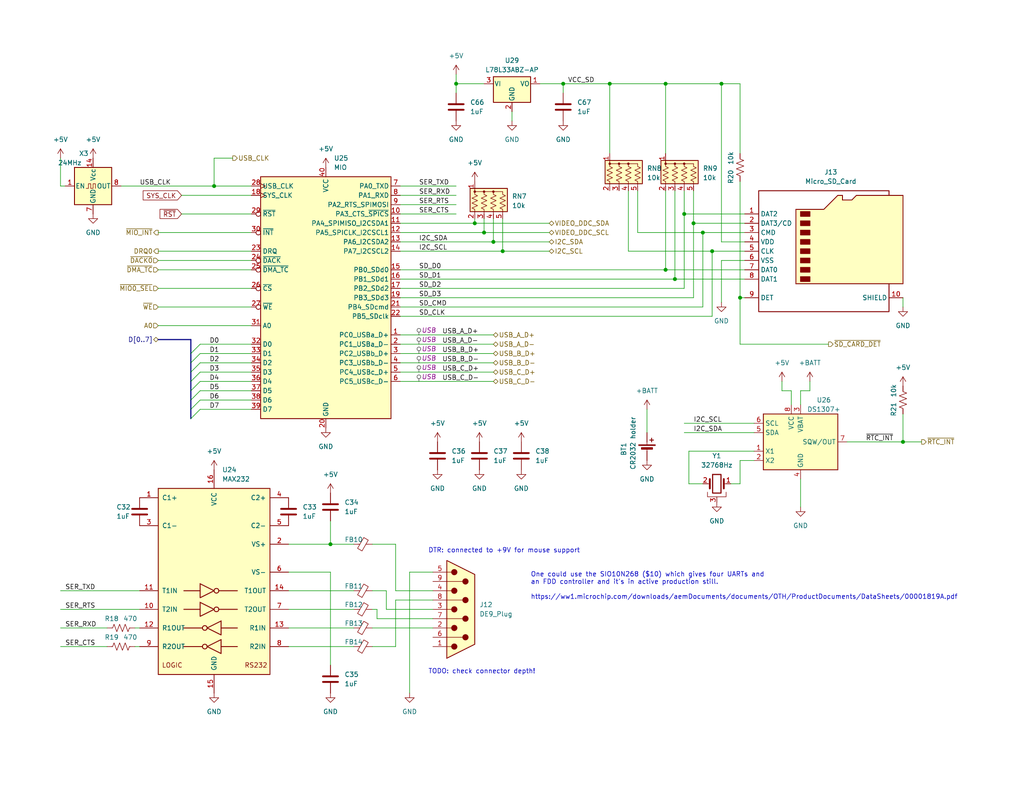
<source format=kicad_sch>
(kicad_sch (version 20231120) (generator "eeschema") (generator_version "8.0")
  (paper "A")
  (title_block (title "Anachron uATX Main I/O Interfaces") (date "2024-02-07") (company "Modular Circuits"))
  (lib_symbols
    (symbol "Connector:DE9_Plug" (pin_names (offset 1.016) hide)
      (property "Reference" "J" (at 0 13.97 0))
      (property "Value" "DE9_Plug" (at 0 -14.605 0))
      (symbol "DE9_Plug_0_1"
        (circle (center -1.778 -10.16) (radius 0.762) (fill (type outline)))
        (circle (center -1.778 -5.08) (radius 0.762) (fill (type outline)))
        (circle (center -1.778 0) (radius 0.762) (fill (type outline)))
        (circle (center -1.778 5.08) (radius 0.762) (fill (type outline)))
        (circle (center -1.778 10.16) (radius 0.762) (fill (type outline)))
        (polyline (pts (xy -3.81 -10.16) (xy -2.54 -10.16)))
        (polyline (pts (xy -3.81 -7.62) (xy 0.508 -7.62)))
        (polyline (pts (xy -3.81 -5.08) (xy -2.54 -5.08)))
        (polyline (pts (xy -3.81 -2.54) (xy 0.508 -2.54)))
        (polyline (pts (xy -3.81 0) (xy -2.54 0)))
        (polyline (pts (xy -3.81 2.54) (xy 0.508 2.54)))
        (polyline (pts (xy -3.81 5.08) (xy -2.54 5.08)))
        (polyline (pts (xy -3.81 7.62) (xy 0.508 7.62)))
        (polyline (pts (xy -3.81 10.16) (xy -2.54 10.16)))
        (polyline (pts (xy -3.81 -13.335) (xy -3.81 13.335) (xy 3.81 9.525) (xy 3.81 -9.525) (xy -3.81 -13.335)) (stroke (width 0.254)) (fill (type background)))
        (circle (center 1.27 -7.62) (radius 0.762) (fill (type outline)))
        (circle (center 1.27 -2.54) (radius 0.762) (fill (type outline)))
        (circle (center 1.27 2.54) (radius 0.762) (fill (type outline)))
        (circle (center 1.27 7.62) (radius 0.762) (fill (type outline)))
      )
      (symbol "DE9_Plug_1_1"
        (pin passive line (at -7.62 -10.16 0) (length 3.81) (name "1") (number "1"))
        (pin passive line (at -7.62 -5.08 0) (length 3.81) (name "2") (number "2"))
        (pin passive line (at -7.62 0 0) (length 3.81) (name "3") (number "3"))
        (pin passive line (at -7.62 5.08 0) (length 3.81) (name "4") (number "4"))
        (pin passive line (at -7.62 10.16 0) (length 3.81) (name "5") (number "5"))
        (pin passive line (at -7.62 -7.62 0) (length 3.81) (name "6") (number "6"))
        (pin passive line (at -7.62 -2.54 0) (length 3.81) (name "7") (number "7"))
        (pin passive line (at -7.62 2.54 0) (length 3.81) (name "8") (number "8"))
        (pin passive line (at -7.62 7.62 0) (length 3.81) (name "9") (number "9"))
      )
    )
    (symbol "Connector:Micro_SD_Card_Det1"
      (property "Reference" "J" (at -16.51 17.78 0))
      (property "Value" "Micro_SD_Card_Det1" (at 16.51 17.78 0))
      (symbol "Micro_SD_Card_Det1_0_1"
        (rectangle (start -7.62 -6.985) (end -5.08 -8.255) (stroke (width 0.254)) (fill (type outline)))
        (rectangle (start -7.62 -4.445) (end -5.08 -5.715) (stroke (width 0.254)) (fill (type outline)))
        (rectangle (start -7.62 -1.905) (end -5.08 -3.175) (stroke (width 0.254)) (fill (type outline)))
        (rectangle (start -7.62 0.635) (end -5.08 -0.635) (stroke (width 0.254)) (fill (type outline)))
        (rectangle (start -7.62 3.175) (end -5.08 1.905) (stroke (width 0.254)) (fill (type outline)))
        (rectangle (start -7.62 5.715) (end -5.08 4.445) (stroke (width 0.254)) (fill (type outline)))
        (rectangle (start -7.62 8.255) (end -5.08 6.985) (stroke (width 0.254)) (fill (type outline)))
        (rectangle (start -7.62 10.795) (end -5.08 9.525) (stroke (width 0.254)) (fill (type outline)))
        (polyline (pts (xy 16.51 15.24) (xy 16.51 16.51) (xy -19.05 16.51) (xy -19.05 -16.51) (xy 16.51 -16.51) (xy 16.51 -8.89)) (stroke (width 0.254)))
        (polyline (pts (xy -8.89 -8.89) (xy -8.89 11.43) (xy -1.27 11.43) (xy 2.54 15.24) (xy 3.81 15.24) (xy 3.81 13.97) (xy 6.35 13.97) (xy 7.62 15.24) (xy 20.32 15.24) (xy 20.32 -8.89) (xy -8.89 -8.89)) (stroke (width 0.254)) (fill (type background)))
      )
      (symbol "Micro_SD_Card_Det1_1_1"
        (pin bidirectional line (at -22.86 10.16 0) (length 3.81) (name "DAT2") (number "1"))
        (pin passive line (at 20.32 -12.7 180) (length 3.81) (name "SHIELD") (number "10"))
        (pin bidirectional line (at -22.86 7.62 0) (length 3.81) (name "DAT3/CD") (number "2"))
        (pin input line (at -22.86 5.08 0) (length 3.81) (name "CMD") (number "3"))
        (pin power_in line (at -22.86 2.54 0) (length 3.81) (name "VDD") (number "4"))
        (pin input line (at -22.86 0 0) (length 3.81) (name "CLK") (number "5"))
        (pin power_in line (at -22.86 -2.54 0) (length 3.81) (name "VSS") (number "6"))
        (pin bidirectional line (at -22.86 -5.08 0) (length 3.81) (name "DAT0") (number "7"))
        (pin bidirectional line (at -22.86 -7.62 0) (length 3.81) (name "DAT1") (number "8"))
        (pin passive line (at -22.86 -12.7 0) (length 3.81) (name "DET") (number "9"))
      )
    )
    (symbol "Device:Battery_Cell" (pin_numbers hide) (pin_names (offset 0) hide)
      (property "Reference" "BT" (at 2.54 2.54 0))
      (property "Value" "Battery_Cell" (at 2.54 0 0))
      (symbol "Battery_Cell_0_1"
        (rectangle (start -2.286 1.778) (end 2.286 1.524) (fill (type outline)))
        (rectangle (start -1.524 1.016) (end 1.524 0.508) (fill (type outline)))
        (polyline (pts (xy 0 0.762) (xy 0 0)))
        (polyline (pts (xy 0 1.778) (xy 0 2.54)))
        (polyline (pts (xy 0.762 3.048) (xy 1.778 3.048)) (stroke (width 0.254)))
        (polyline (pts (xy 1.27 3.556) (xy 1.27 2.54)) (stroke (width 0.254)))
      )
      (symbol "Battery_Cell_1_1"
        (pin passive line (at 0 5.08 270) (length 2.54) (name "+") (number "1"))
        (pin passive line (at 0 -2.54 90) (length 2.54) (name "-") (number "2"))
      )
    )
    (symbol "Device:C" (pin_numbers hide) (pin_names (offset 0.254))
      (property "Reference" "C" (at 0.635 2.54 0))
      (property "Value" "C" (at 0.635 -2.54 0))
      (symbol "C_0_1"
        (polyline (pts (xy -2.032 -0.762) (xy 2.032 -0.762)) (stroke (width 0.508)))
        (polyline (pts (xy -2.032 0.762) (xy 2.032 0.762)) (stroke (width 0.508)))
      )
      (symbol "C_1_1"
        (pin passive line (at 0 3.81 270) (length 2.794) (name "~") (number "1"))
        (pin passive line (at 0 -3.81 90) (length 2.794) (name "~") (number "2"))
      )
    )
    (symbol "Device:Crystal_GND3" (pin_names (offset 1.016) hide)
      (property "Reference" "Y" (at 0 5.715 0))
      (property "Value" "Crystal_GND3" (at 0 3.81 0))
      (symbol "Crystal_GND3_0_1"
        (rectangle (start -1.143 2.54) (end 1.143 -2.54) (stroke (width 0.3048)))
        (polyline (pts (xy -2.54 0) (xy -1.905 0)))
        (polyline (pts (xy -1.905 -1.27) (xy -1.905 1.27)) (stroke (width 0.508)))
        (polyline (pts (xy 0 -3.81) (xy 0 -3.556)))
        (polyline (pts (xy 1.905 0) (xy 2.54 0)))
        (polyline (pts (xy 1.905 1.27) (xy 1.905 -1.27)) (stroke (width 0.508)))
        (polyline (pts (xy -2.54 -2.286) (xy -2.54 -3.556) (xy 2.54 -3.556) (xy 2.54 -2.286)))
      )
      (symbol "Crystal_GND3_1_1"
        (pin passive line (at -3.81 0 0) (length 1.27) (name "1") (number "1"))
        (pin passive line (at 3.81 0 180) (length 1.27) (name "2") (number "2"))
        (pin passive line (at 0 -5.08 90) (length 1.27) (name "3") (number "3"))
      )
    )
    (symbol "Device:FerriteBead_Small" (pin_numbers hide) (pin_names (offset 0))
      (property "Reference" "FB" (at 1.905 1.27 0))
      (property "Value" "FerriteBead_Small" (at 1.905 -1.27 0))
      (symbol "FerriteBead_Small_0_1"
        (polyline (pts (xy 0 -1.27) (xy 0 -0.7874)))
        (polyline (pts (xy 0 0.889) (xy 0 1.2954)))
        (polyline (pts (xy -1.8288 0.2794) (xy -1.1176 1.4986) (xy 1.8288 -0.2032) (xy 1.1176 -1.4224) (xy -1.8288 0.2794)))
      )
      (symbol "FerriteBead_Small_1_1"
        (pin passive line (at 0 2.54 270) (length 1.27) (name "~") (number "1"))
        (pin passive line (at 0 -2.54 90) (length 1.27) (name "~") (number "2"))
      )
    )
    (symbol "Device:R_Network04_US" (pin_names (offset 0) hide)
      (property "Reference" "RN" (at -7.62 0 90))
      (property "Value" "R_Network04_US" (at 5.08 0 90))
      (symbol "R_Network04_US_0_1"
        (rectangle (start -6.35 -3.175) (end 3.81 3.175) (stroke (width 0.254)) (fill (type background)))
        (circle (center -5.08 2.286) (radius 0.254) (fill (type outline)))
        (circle (center -2.54 2.286) (radius 0.254) (fill (type outline)))
        (polyline (pts (xy -5.08 2.286) (xy 2.54 2.286)))
        (polyline (pts (xy -5.08 2.286) (xy -5.08 1.524) (xy -4.318 1.1684) (xy -5.842 0.508) (xy -4.318 -0.1524) (xy -5.842 -0.8382) (xy -4.318 -1.524) (xy -5.842 -2.1844) (xy -5.08 -2.54) (xy -5.08 -3.81)))
        (polyline (pts (xy -2.54 2.286) (xy -2.54 1.524) (xy -1.778 1.1684) (xy -3.302 0.508) (xy -1.778 -0.1524) (xy -3.302 -0.8382) (xy -1.778 -1.524) (xy -3.302 -2.1844) (xy -2.54 -2.54) (xy -2.54 -3.81)))
        (polyline (pts (xy 0 2.286) (xy 0 1.524) (xy 0.762 1.1684) (xy -0.762 0.508) (xy 0.762 -0.1524) (xy -0.762 -0.8382) (xy 0.762 -1.524) (xy -0.762 -2.1844) (xy 0 -2.54) (xy 0 -3.81)))
        (polyline (pts (xy 2.54 2.286) (xy 2.54 1.524) (xy 3.302 1.1684) (xy 1.778 0.508) (xy 3.302 -0.1524) (xy 1.778 -0.8382) (xy 3.302 -1.524) (xy 1.778 -2.1844) (xy 2.54 -2.54) (xy 2.54 -3.81)))
        (circle (center 0 2.286) (radius 0.254) (fill (type outline)))
      )
      (symbol "R_Network04_US_1_1"
        (pin passive line (at -5.08 5.08 270) (length 2.54) (name "common") (number "1"))
        (pin passive line (at -5.08 -5.08 90) (length 1.27) (name "R1") (number "2"))
        (pin passive line (at -2.54 -5.08 90) (length 1.27) (name "R2") (number "3"))
        (pin passive line (at 0 -5.08 90) (length 1.27) (name "R3") (number "4"))
        (pin passive line (at 2.54 -5.08 90) (length 1.27) (name "R4") (number "5"))
      )
    )
    (symbol "Device:R_US" (pin_numbers hide) (pin_names (offset 0))
      (property "Reference" "R" (at 2.54 0 90))
      (property "Value" "R_US" (at -2.54 0 90))
      (symbol "R_US_0_1"
        (polyline (pts (xy 0 -2.286) (xy 0 -2.54)))
        (polyline (pts (xy 0 2.286) (xy 0 2.54)))
        (polyline (pts (xy 0 -0.762) (xy 1.016 -1.143) (xy 0 -1.524) (xy -1.016 -1.905) (xy 0 -2.286)))
        (polyline (pts (xy 0 0.762) (xy 1.016 0.381) (xy 0 0) (xy -1.016 -0.381) (xy 0 -0.762)))
        (polyline (pts (xy 0 2.286) (xy 1.016 1.905) (xy 0 1.524) (xy -1.016 1.143) (xy 0 0.762)))
      )
      (symbol "R_US_1_1"
        (pin passive line (at 0 3.81 270) (length 1.27) (name "~") (number "1"))
        (pin passive line (at 0 -3.81 90) (length 1.27) (name "~") (number "2"))
      )
    )
    (symbol "Interface_UART:MAX232" (pin_names (offset 1.016))
      (property "Reference" "U" (at -2.54 28.575 0))
      (property "Value" "MAX232" (at -2.54 26.67 0))
      (symbol "MAX232_0_0"
        (text "LOGIC" (at -11.43 -22.86 0) (effects (font (size 1.27 1.27))))
        (text "RS232" (at 11.43 -22.86 0) (effects (font (size 1.27 1.27))))
      )
      (symbol "MAX232_0_1"
        (rectangle (start -15.24 -25.4) (end 15.24 25.4) (stroke (width 0.254)) (fill (type background)))
        (circle (center -2.54 -17.78) (radius 0.635) (stroke (width 0.254)))
        (circle (center -2.54 -12.7) (radius 0.635) (stroke (width 0.254)))
        (polyline (pts (xy -3.81 -7.62) (xy -8.255 -7.62)) (stroke (width 0.254)))
        (polyline (pts (xy -3.81 -2.54) (xy -8.255 -2.54)) (stroke (width 0.254)))
        (polyline (pts (xy -3.175 -17.78) (xy -8.255 -17.78)) (stroke (width 0.254)))
        (polyline (pts (xy -3.175 -12.7) (xy -8.255 -12.7)) (stroke (width 0.254)))
        (polyline (pts (xy 1.27 -7.62) (xy 6.35 -7.62)) (stroke (width 0.254)))
        (polyline (pts (xy 1.27 -2.54) (xy 6.35 -2.54)) (stroke (width 0.254)))
        (polyline (pts (xy 1.905 -17.78) (xy 6.35 -17.78)) (stroke (width 0.254)))
        (polyline (pts (xy 1.905 -12.7) (xy 6.35 -12.7)) (stroke (width 0.254)))
        (polyline (pts (xy -3.81 -5.715) (xy -3.81 -9.525) (xy 0 -7.62) (xy -3.81 -5.715)) (stroke (width 0.254)))
        (polyline (pts (xy -3.81 -0.635) (xy -3.81 -4.445) (xy 0 -2.54) (xy -3.81 -0.635)) (stroke (width 0.254)))
        (polyline (pts (xy 1.905 -15.875) (xy 1.905 -19.685) (xy -1.905 -17.78) (xy 1.905 -15.875)) (stroke (width 0.254)))
        (polyline (pts (xy 1.905 -10.795) (xy 1.905 -14.605) (xy -1.905 -12.7) (xy 1.905 -10.795)) (stroke (width 0.254)))
        (circle (center 0.635 -7.62) (radius 0.635) (stroke (width 0.254)))
        (circle (center 0.635 -2.54) (radius 0.635) (stroke (width 0.254)))
      )
      (symbol "MAX232_1_1"
        (pin passive line (at -20.32 22.86 0) (length 5.08) (name "C1+") (number "1"))
        (pin input line (at -20.32 -7.62 0) (length 5.08) (name "T2IN") (number "10"))
        (pin input line (at -20.32 -2.54 0) (length 5.08) (name "T1IN") (number "11"))
        (pin output line (at -20.32 -12.7 0) (length 5.08) (name "R1OUT") (number "12"))
        (pin input line (at 20.32 -12.7 180) (length 5.08) (name "R1IN") (number "13"))
        (pin output line (at 20.32 -2.54 180) (length 5.08) (name "T1OUT") (number "14"))
        (pin power_in line (at 0 -30.48 90) (length 5.08) (name "GND") (number "15"))
        (pin power_in line (at 0 30.48 270) (length 5.08) (name "VCC") (number "16"))
        (pin power_out line (at 20.32 10.16 180) (length 5.08) (name "VS+") (number "2"))
        (pin passive line (at -20.32 15.24 0) (length 5.08) (name "C1-") (number "3"))
        (pin passive line (at 20.32 22.86 180) (length 5.08) (name "C2+") (number "4"))
        (pin passive line (at 20.32 15.24 180) (length 5.08) (name "C2-") (number "5"))
        (pin power_out line (at 20.32 2.54 180) (length 5.08) (name "VS-") (number "6"))
        (pin output line (at 20.32 -7.62 180) (length 5.08) (name "T2OUT") (number "7"))
        (pin input line (at 20.32 -17.78 180) (length 5.08) (name "R2IN") (number "8"))
        (pin output line (at -20.32 -17.78 0) (length 5.08) (name "R2OUT") (number "9"))
      )
    )
    (symbol "Oscillator:CXO_DIP14" (pin_names (offset 0.254))
      (property "Reference" "X" (at -5.08 6.35 0))
      (property "Value" "CXO_DIP14" (at 1.27 -6.35 0))
      (symbol "CXO_DIP14_0_1"
        (rectangle (start -5.08 5.08) (end 5.08 -5.08) (stroke (width 0.254)) (fill (type background)))
        (polyline (pts (xy -1.905 -0.635) (xy -1.27 -0.635) (xy -1.27 0.635) (xy -0.635 0.635) (xy -0.635 -0.635) (xy 0 -0.635) (xy 0 0.635) (xy 0.635 0.635) (xy 0.635 -0.635)))
      )
      (symbol "CXO_DIP14_1_1"
        (pin input line (at -7.62 0 0) (length 2.54) (name "EN") (number "1"))
        (pin power_in line (at 0 7.62 270) (length 2.54) (name "Vcc") (number "14"))
        (pin power_in line (at 0 -7.62 90) (length 2.54) (name "GND") (number "7"))
        (pin output line (at 7.62 0 180) (length 2.54) (name "OUT") (number "8"))
      )
    )
    (symbol "Regulator_Linear:L78L05_TO92" (pin_names (offset 0.254))
      (property "Reference" "U" (at -3.81 3.175 0))
      (property "Value" "L78L05_TO92" (at 0 3.175 0))
      (symbol "L78L05_TO92_0_1"
        (rectangle (start -5.08 -5.08) (end 5.08 1.905) (stroke (width 0.254)) (fill (type background)))
      )
      (symbol "L78L05_TO92_1_1"
        (pin power_out line (at 7.62 0 180) (length 2.54) (name "VO") (number "1"))
        (pin power_in line (at 0 -7.62 90) (length 2.54) (name "GND") (number "2"))
        (pin power_in line (at -7.62 0 0) (length 2.54) (name "VI") (number "3"))
      )
    )
    (symbol "Timer_RTC:DS1307+"
      (property "Reference" "U" (at -8.89 8.89 0))
      (property "Value" "DS1307+" (at 1.27 8.89 0))
      (symbol "DS1307+_0_1"
        (rectangle (start -10.16 7.62) (end 10.16 -7.62) (stroke (width 0.254)) (fill (type background)))
      )
      (symbol "DS1307+_1_1"
        (pin input line (at -12.7 -2.54 0) (length 2.54) (name "X1") (number "1"))
        (pin input line (at -12.7 -5.08 0) (length 2.54) (name "X2") (number "2"))
        (pin power_in line (at 0 10.16 270) (length 2.54) (name "VBAT") (number "3"))
        (pin power_in line (at 0 -10.16 90) (length 2.54) (name "GND") (number "4"))
        (pin bidirectional line (at -12.7 2.54 0) (length 2.54) (name "SDA") (number "5"))
        (pin input line (at -12.7 5.08 0) (length 2.54) (name "SCL") (number "6"))
        (pin open_collector line (at 12.7 0 180) (length 2.54) (name "SQW/OUT") (number "7"))
        (pin power_in line (at -2.54 10.16 270) (length 2.54) (name "VCC") (number "8"))
      )
    )
    (symbol "anachron:mio"
      (property "Reference" "U" (at 20.32 27.94 0))
      (property "Value" "MIO" (at -17.78 35.56 0))
      (symbol "mio_0_0"
        (pin bidirectional line (at 20.32 -7.62 180) (length 2.54) (name "PC0_USBa_D+") (number "1"))
        (pin bidirectional line (at 20.32 10.16 180) (length 2.54) (name "PB0_SDd0") (number "15"))
        (pin bidirectional line (at 20.32 7.62 180) (length 2.54) (name "PB1_SDd1") (number "16"))
        (pin bidirectional line (at 20.32 5.08 180) (length 2.54) (name "PB2_SDd2") (number "17"))
        (pin bidirectional line (at 20.32 -10.16 180) (length 2.54) (name "PC1_USBa_D-") (number "2"))
        (pin power_in line (at 0 -33.02 90) (length 2.54) (name "GND") (number "20"))
        (pin input inverted (at -20.32 25.4 0) (length 2.54) (name "~{RST}") (number "29"))
        (pin bidirectional line (at 20.32 -12.7 180) (length 2.54) (name "PC2_USBb_D+") (number "3"))
        (pin input line (at -20.32 -5.08 0) (length 2.54) (name "A0") (number "31"))
        (pin bidirectional line (at -20.32 -10.16 0) (length 2.54) (name "D0") (number "32"))
        (pin bidirectional line (at -20.32 -12.7 0) (length 2.54) (name "D1") (number "33"))
        (pin bidirectional line (at -20.32 -15.24 0) (length 2.54) (name "D2") (number "34"))
        (pin bidirectional line (at -20.32 -17.78 0) (length 2.54) (name "D3") (number "35"))
        (pin bidirectional line (at -20.32 -20.32 0) (length 2.54) (name "D4") (number "36"))
        (pin bidirectional line (at -20.32 -22.86 0) (length 2.54) (name "D5") (number "37"))
        (pin bidirectional line (at -20.32 -25.4 0) (length 2.54) (name "D6") (number "38"))
        (pin bidirectional line (at -20.32 -27.94 0) (length 2.54) (name "D7") (number "39"))
        (pin bidirectional line (at 20.32 -15.24 180) (length 2.54) (name "PC3_USBb_D-") (number "4"))
        (pin power_in line (at 0 38.1 270) (length 2.54) (name "VCC") (number "40"))
        (pin bidirectional line (at 20.32 -17.78 180) (length 2.54) (name "PC4_USBc_D+") (number "5"))
        (pin bidirectional line (at 20.32 -20.32 180) (length 2.54) (name "PC5_USBc_D-") (number "6"))
      )
      (symbol "mio_0_1"
        (rectangle (start -17.78 35.56) (end 17.78 -30.48) (stroke (width 0.254)) (fill (type background)))
      )
      (symbol "mio_1_0"
        (pin bidirectional line (at 20.32 25.4 180) (length 2.54) (name "PA3_CTS_~{SPICS}") (number "10"))
        (pin bidirectional line (at 20.32 22.86 180) (length 2.54) (name "PA4_SPIMISO_I2CSDA1") (number "11"))
        (pin bidirectional line (at 20.32 20.32 180) (length 2.54) (name "PA5_SPICLK_I2CSCL1") (number "12"))
        (pin bidirectional line (at 20.32 17.78 180) (length 2.54) (name "PA6_I2CSDA2") (number "13"))
        (pin bidirectional line (at 20.32 15.24 180) (length 2.54) (name "PA7_I2CSCL2") (number "14"))
        (pin input clock (at -20.32 30.48 0) (length 2.54) (name "SYS_CLK") (number "18"))
        (pin bidirectional line (at 20.32 2.54 180) (length 2.54) (name "PB3_SDd3") (number "19"))
        (pin bidirectional line (at 20.32 0 180) (length 2.54) (name "PB4_SDcmd") (number "21"))
        (pin bidirectional line (at 20.32 -2.54 180) (length 2.54) (name "PB5_SDclk") (number "22"))
        (pin output line (at -20.32 15.24 0) (length 2.54) (name "DRQ") (number "23"))
        (pin input inverted (at -20.32 12.7 0) (length 2.54) (name "~{DACK}") (number "24"))
        (pin input inverted (at -20.32 10.16 0) (length 2.54) (name "~{DMA_TC}") (number "25"))
        (pin input inverted (at -20.32 5.08 0) (length 2.54) (name "~{CS}") (number "26"))
        (pin input inverted (at -20.32 0 0) (length 2.54) (name "~{WE}") (number "27"))
        (pin input clock (at -20.32 33.02 0) (length 2.54) (name "USB_CLK") (number "28"))
        (pin open_collector inverted (at -20.32 20.32 0) (length 2.54) (name "~{INT}") (number "30"))
        (pin bidirectional line (at 20.32 33.02 180) (length 2.54) (name "PA0_TXD") (number "7"))
        (pin bidirectional line (at 20.32 30.48 180) (length 2.54) (name "PA1_RXD") (number "8"))
        (pin bidirectional line (at 20.32 27.94 180) (length 2.54) (name "PA2_RTS_SPIMOSI") (number "9"))
      )
    )
    (symbol "power:+5V" (power) (pin_names (offset 0))
      (property "Value" "+5V" (at 0 3.556 0))
      (symbol "+5V_0_1"
        (polyline (pts (xy -0.762 1.27) (xy 0 2.54)))
        (polyline (pts (xy 0 0) (xy 0 2.54)))
        (polyline (pts (xy 0 2.54) (xy 0.762 1.27)))
      )
      (symbol "+5V_1_1"
        (pin power_in line (at 0 0 90) (length 0) hide (name "+5V") (number "1"))
      )
    )
    (symbol "power:+BATT" (power) (pin_names (offset 0))
      (property "Value" "+BATT" (at 0 3.556 0))
      (symbol "+BATT_0_1"
        (polyline (pts (xy -0.762 1.27) (xy 0 2.54)))
        (polyline (pts (xy 0 0) (xy 0 2.54)))
        (polyline (pts (xy 0 2.54) (xy 0.762 1.27)))
      )
      (symbol "+BATT_1_1"
        (pin power_in line (at 0 0 90) (length 0) hide (name "+BATT") (number "1"))
      )
    )
    (symbol "power:GND" (power) (pin_names (offset 0))
      (property "Value" "GND" (at 0 -3.81 0))
      (symbol "GND_0_1"
        (polyline (pts (xy 0 0) (xy 0 -1.27) (xy 1.27 -1.27) (xy 0 -2.54) (xy -1.27 -1.27) (xy 0 -1.27)))
      )
      (symbol "GND_1_1"
        (pin power_in line (at 0 0 270) (length 0) hide (name "GND") (number "1"))
      )
    )
  )
  (junction (at 132.08 63.5))
  (junction (at 246.38 120.65))
  (junction (at 90.17 148.59))
  (junction (at 124.46 22.86))
  (junction (at 134.62 66.04))
  (junction (at 166.37 22.86))
  (junction (at 58.42 50.8))
  (junction (at 153.67 22.86))
  (junction (at 181.61 73.66))
  (junction (at 194.31 68.58))
  (junction (at 201.93 81.28))
  (junction (at 137.16 68.58))
  (junction (at 186.69 58.42))
  (junction (at 189.23 60.96))
  (junction (at 129.54 60.96))
  (junction (at 181.61 22.86))
  (junction (at 184.15 76.2))
  (junction (at 196.85 22.86))
  (junction (at 191.77 63.5))
  (bus_entry (at 52.07 114.3) (size 2.54 -2.54))
  (bus_entry (at 52.07 99.06) (size 2.54 -2.54))
  (bus_entry (at 52.07 109.22) (size 2.54 -2.54))
  (bus_entry (at 52.07 104.14) (size 2.54 -2.54))
  (bus_entry (at 52.07 111.76) (size 2.54 -2.54))
  (bus_entry (at 52.07 101.6) (size 2.54 -2.54))
  (bus_entry (at 52.07 106.68) (size 2.54 -2.54))
  (bus_entry (at 52.07 96.52) (size 2.54 -2.54))
  (wire (pts (xy 196.85 22.86) (xy 196.85 66.04)))
  (wire (pts (xy 201.93 22.86) (xy 201.93 41.91)))
  (wire (pts (xy 109.22 93.98) (xy 134.62 93.98)))
  (wire (pts (xy 58.42 43.18) (xy 58.42 50.8)))
  (wire (pts (xy 124.46 22.86) (xy 132.08 22.86)))
  (wire (pts (xy 187.96 132.08) (xy 191.77 132.08)))
  (wire (pts (xy 90.17 181.61) (xy 90.17 156.21)))
  (wire (pts (xy 109.22 81.28) (xy 189.23 81.28)))
  (wire (pts (xy 199.39 132.08) (xy 201.93 132.08)))
  (wire (pts (xy 118.11 168.91) (xy 102.87 168.91)))
  (bus (pts (xy 52.07 106.68) (xy 52.07 109.22)))
  (wire (pts (xy 63.5 43.18) (xy 58.42 43.18)))
  (bus (pts (xy 52.07 104.14) (xy 52.07 106.68)))
  (wire (pts (xy 184.15 52.07) (xy 184.15 76.2)))
  (wire (pts (xy 78.74 156.21) (xy 90.17 156.21)))
  (wire (pts (xy 109.22 101.6) (xy 134.62 101.6)))
  (wire (pts (xy 111.76 156.21) (xy 111.76 189.23)))
  (wire (pts (xy 181.61 22.86) (xy 181.61 41.91)))
  (wire (pts (xy 109.22 66.04) (xy 134.62 66.04)))
  (wire (pts (xy 129.54 60.96) (xy 149.86 60.96)))
  (wire (pts (xy 203.2 71.12) (xy 196.85 71.12)))
  (wire (pts (xy 43.18 83.82) (xy 68.58 83.82)))
  (wire (pts (xy 54.61 111.76) (xy 68.58 111.76)))
  (wire (pts (xy 54.61 104.14) (xy 68.58 104.14)))
  (wire (pts (xy 105.41 166.37) (xy 105.41 161.29)))
  (wire (pts (xy 194.31 68.58) (xy 171.45 68.58)))
  (wire (pts (xy 96.52 161.29) (xy 78.74 161.29)))
  (wire (pts (xy 109.22 96.52) (xy 134.62 96.52)))
  (wire (pts (xy 78.74 148.59) (xy 90.17 148.59)))
  (wire (pts (xy 109.22 99.06) (xy 134.62 99.06)))
  (wire (pts (xy 43.18 63.5) (xy 68.58 63.5)))
  (wire (pts (xy 43.18 68.58) (xy 68.58 68.58)))
  (wire (pts (xy 173.99 52.07) (xy 173.99 63.5)))
  (wire (pts (xy 109.22 91.44) (xy 134.62 91.44)))
  (wire (pts (xy 54.61 96.52) (xy 68.58 96.52)))
  (wire (pts (xy 181.61 52.07) (xy 181.61 73.66)))
  (wire (pts (xy 201.93 93.98) (xy 201.93 81.28)))
  (wire (pts (xy 132.08 59.69) (xy 132.08 63.5)))
  (wire (pts (xy 109.22 76.2) (xy 184.15 76.2)))
  (wire (pts (xy 96.52 148.59) (xy 90.17 148.59)))
  (wire (pts (xy 16.51 166.37) (xy 38.1 166.37)))
  (wire (pts (xy 43.18 88.9) (xy 68.58 88.9)))
  (wire (pts (xy 107.95 161.29) (xy 118.11 161.29)))
  (wire (pts (xy 186.69 118.11) (xy 205.74 118.11)))
  (wire (pts (xy 137.16 68.58) (xy 149.86 68.58)))
  (bus (pts (xy 52.07 101.6) (xy 52.07 104.14)))
  (wire (pts (xy 17.78 50.8) (xy 16.51 50.8)))
  (wire (pts (xy 189.23 60.96) (xy 203.2 60.96)))
  (wire (pts (xy 78.74 171.45) (xy 96.52 171.45)))
  (wire (pts (xy 16.51 43.18) (xy 16.51 50.8)))
  (wire (pts (xy 166.37 22.86) (xy 166.37 41.91)))
  (wire (pts (xy 218.44 106.68) (xy 218.44 110.49)))
  (wire (pts (xy 201.93 49.53) (xy 201.93 81.28)))
  (wire (pts (xy 124.46 20.32) (xy 124.46 22.86)))
  (wire (pts (xy 196.85 22.86) (xy 201.93 22.86)))
  (wire (pts (xy 220.98 106.68) (xy 218.44 106.68)))
  (wire (pts (xy 139.7 30.48) (xy 139.7 33.02)))
  (wire (pts (xy 109.22 104.14) (xy 134.62 104.14)))
  (wire (pts (xy 176.53 111.76) (xy 176.53 118.11)))
  (wire (pts (xy 118.11 166.37) (xy 105.41 166.37)))
  (wire (pts (xy 16.51 161.29) (xy 38.1 161.29)))
  (wire (pts (xy 105.41 161.29) (xy 101.6 161.29)))
  (wire (pts (xy 134.62 66.04) (xy 149.86 66.04)))
  (wire (pts (xy 191.77 63.5) (xy 173.99 63.5)))
  (wire (pts (xy 129.54 59.69) (xy 129.54 60.96)))
  (wire (pts (xy 101.6 171.45) (xy 118.11 171.45)))
  (wire (pts (xy 109.22 60.96) (xy 129.54 60.96)))
  (wire (pts (xy 118.11 163.83) (xy 107.95 163.83)))
  (wire (pts (xy 109.22 63.5) (xy 132.08 63.5)))
  (wire (pts (xy 49.53 58.42) (xy 68.58 58.42)))
  (wire (pts (xy 186.69 52.07) (xy 186.69 58.42)))
  (wire (pts (xy 213.36 106.68) (xy 215.9 106.68)))
  (wire (pts (xy 246.38 120.65) (xy 251.46 120.65)))
  (wire (pts (xy 215.9 106.68) (xy 215.9 110.49)))
  (wire (pts (xy 186.69 115.57) (xy 205.74 115.57)))
  (wire (pts (xy 186.69 58.42) (xy 203.2 58.42)))
  (wire (pts (xy 109.22 78.74) (xy 186.69 78.74)))
  (wire (pts (xy 102.87 168.91) (xy 102.87 166.37)))
  (wire (pts (xy 153.67 22.86) (xy 166.37 22.86)))
  (wire (pts (xy 191.77 83.82) (xy 191.77 63.5)))
  (wire (pts (xy 220.98 104.14) (xy 220.98 106.68)))
  (wire (pts (xy 196.85 71.12) (xy 196.85 82.55)))
  (wire (pts (xy 109.22 83.82) (xy 191.77 83.82)))
  (wire (pts (xy 205.74 123.19) (xy 187.96 123.19)))
  (wire (pts (xy 231.14 120.65) (xy 246.38 120.65)))
  (wire (pts (xy 107.95 148.59) (xy 101.6 148.59)))
  (wire (pts (xy 124.46 25.4) (xy 124.46 22.86)))
  (wire (pts (xy 201.93 132.08) (xy 201.93 125.73)))
  (wire (pts (xy 54.61 106.68) (xy 68.58 106.68)))
  (wire (pts (xy 186.69 78.74) (xy 186.69 58.42)))
  (wire (pts (xy 43.18 73.66) (xy 68.58 73.66)))
  (wire (pts (xy 43.18 78.74) (xy 68.58 78.74)))
  (wire (pts (xy 43.18 71.12) (xy 68.58 71.12)))
  (wire (pts (xy 54.61 101.6) (xy 68.58 101.6)))
  (wire (pts (xy 194.31 86.36) (xy 194.31 68.58)))
  (bus (pts (xy 43.18 92.71) (xy 52.07 92.71)))
  (wire (pts (xy 201.93 81.28) (xy 203.2 81.28)))
  (wire (pts (xy 153.67 22.86) (xy 153.67 25.4)))
  (wire (pts (xy 109.22 58.42) (xy 124.46 58.42)))
  (bus (pts (xy 52.07 111.76) (xy 52.07 114.3)))
  (wire (pts (xy 54.61 99.06) (xy 68.58 99.06)))
  (wire (pts (xy 203.2 66.04) (xy 196.85 66.04)))
  (bus (pts (xy 52.07 92.71) (xy 52.07 96.52)))
  (wire (pts (xy 118.11 156.21) (xy 111.76 156.21)))
  (wire (pts (xy 189.23 81.28) (xy 189.23 60.96)))
  (wire (pts (xy 107.95 161.29) (xy 107.95 148.59)))
  (wire (pts (xy 226.06 93.98) (xy 201.93 93.98)))
  (wire (pts (xy 33.02 50.8) (xy 58.42 50.8)))
  (bus (pts (xy 52.07 96.52) (xy 52.07 99.06)))
  (wire (pts (xy 246.38 113.03) (xy 246.38 120.65)))
  (wire (pts (xy 147.32 22.86) (xy 153.67 22.86)))
  (wire (pts (xy 58.42 50.8) (xy 68.58 50.8)))
  (wire (pts (xy 54.61 93.98) (xy 68.58 93.98)))
  (wire (pts (xy 107.95 176.53) (xy 101.6 176.53)))
  (wire (pts (xy 36.83 176.53) (xy 38.1 176.53)))
  (bus (pts (xy 52.07 99.06) (xy 52.07 101.6)))
  (wire (pts (xy 184.15 76.2) (xy 203.2 76.2)))
  (wire (pts (xy 16.51 171.45) (xy 29.21 171.45)))
  (wire (pts (xy 191.77 63.5) (xy 203.2 63.5)))
  (wire (pts (xy 171.45 52.07) (xy 171.45 68.58)))
  (wire (pts (xy 181.61 22.86) (xy 196.85 22.86)))
  (wire (pts (xy 49.53 53.34) (xy 68.58 53.34)))
  (wire (pts (xy 96.52 166.37) (xy 78.74 166.37)))
  (wire (pts (xy 109.22 50.8) (xy 124.46 50.8)))
  (wire (pts (xy 102.87 166.37) (xy 101.6 166.37)))
  (wire (pts (xy 189.23 52.07) (xy 189.23 60.96)))
  (wire (pts (xy 109.22 68.58) (xy 137.16 68.58)))
  (wire (pts (xy 109.22 55.88) (xy 124.46 55.88)))
  (wire (pts (xy 187.96 123.19) (xy 187.96 132.08)))
  (wire (pts (xy 109.22 86.36) (xy 194.31 86.36)))
  (wire (pts (xy 16.51 176.53) (xy 29.21 176.53)))
  (wire (pts (xy 213.36 106.68) (xy 213.36 104.14)))
  (wire (pts (xy 109.22 73.66) (xy 181.61 73.66)))
  (wire (pts (xy 132.08 63.5) (xy 149.86 63.5)))
  (wire (pts (xy 218.44 130.81) (xy 218.44 138.43)))
  (wire (pts (xy 181.61 73.66) (xy 203.2 73.66)))
  (wire (pts (xy 137.16 59.69) (xy 137.16 68.58)))
  (wire (pts (xy 201.93 125.73) (xy 205.74 125.73)))
  (wire (pts (xy 109.22 53.34) (xy 124.46 53.34)))
  (wire (pts (xy 90.17 142.24) (xy 90.17 148.59)))
  (wire (pts (xy 36.83 171.45) (xy 38.1 171.45)))
  (wire (pts (xy 246.38 81.28) (xy 246.38 83.82)))
  (wire (pts (xy 54.61 109.22) (xy 68.58 109.22)))
  (wire (pts (xy 134.62 59.69) (xy 134.62 66.04)))
  (wire (pts (xy 166.37 22.86) (xy 181.61 22.86)))
  (bus (pts (xy 52.07 109.22) (xy 52.07 111.76)))
  (wire (pts (xy 194.31 68.58) (xy 203.2 68.58)))
  (wire (pts (xy 96.52 176.53) (xy 78.74 176.53)))
  (wire (pts (xy 107.95 163.83) (xy 107.95 176.53)))
  (text "One could use the SIO10N268 ($10) which gives four UARTs and\nan FDD controller and it's in active production still.\n\nhttps://ww1.microchip.com/downloads/aemDocuments/documents/OTH/ProductDocuments/DataSheets/00001819A.pdf\n" (at 144.78 163.83 0) (effects (font (size 1.27 1.27)) (justify left bottom)))
  (text "TODO: check connector depth!\n" (at 116.84 184.15 0) (effects (font (size 1.27 1.27)) (justify left bottom)))
  (text "DTR: connected to +9V for mouse support" (at 116.84 151.13 0) (effects (font (size 1.27 1.27)) (justify left bottom)))
  (label "SER_RXD" (at 114.3 53.34 0))
  (label "SER_CTS" (at 114.3 58.42 0))
  (label "SER_TXD" (at 114.3 50.8 0))
  (label "SD_CMD" (at 114.3 83.82 0))
  (label "D2" (at 57.15 99.06 0))
  (label "D5" (at 57.15 106.68 0))
  (label "D0" (at 57.15 93.98 0))
  (label "I2C_SCL" (at 189.23 115.57 0))
  (label "I2C_SDA" (at 189.23 118.11 0))
  (label "SD_D2" (at 114.3 78.74 0))
  (label "USB_A_D+" (at 120.65 91.44 0))
  (label "SD_D3" (at 114.3 81.28 0))
  (label "D7" (at 57.15 111.76 0))
  (label "USB_CLK" (at 38.1 50.8 0))
  (label "VCC_SD" (at 154.94 22.86 0))
  (label "SD_D1" (at 114.3 76.2 0))
  (label "USB_A_D-" (at 120.65 93.98 0))
  (label "SER_RXD" (at 17.78 171.45 0))
  (label "SD_CLK" (at 114.3 86.36 0))
  (label "~{RTC_INT}" (at 236.22 120.65 0))
  (label "SER_CTS" (at 17.78 176.53 0))
  (label "D6" (at 57.15 109.22 0))
  (label "I2C_SCL" (at 114.3 68.58 0))
  (label "I2C_SDA" (at 114.3 66.04 0))
  (label "D3" (at 57.15 101.6 0))
  (label "USB_B_D+" (at 120.65 96.52 0))
  (label "SD_D0" (at 114.3 73.66 0))
  (label "USB_C_D+" (at 120.65 101.6 0))
  (label "SER_RTS" (at 114.3 55.88 0))
  (label "D4" (at 57.15 104.14 0))
  (label "USB_C_D-" (at 120.65 104.14 0))
  (label "SER_RTS" (at 17.78 166.37 0))
  (label "SER_TXD" (at 17.78 161.29 0))
  (label "D1" (at 57.15 96.52 0))
  (label "USB_B_D-" (at 120.65 99.06 0))
  (global_label "~{RST}" (shape input) (at 49.53 58.42 180) (property "Intersheetrefs" "${INTERSHEET_REFS}" (effects (hide yes))))
  (global_label "SYS_CLK" (shape input) (at 49.53 53.34 180) (property "Intersheetrefs" "${INTERSHEET_REFS}" (effects (hide yes))))
  (hierarchical_label "~{MIO0_SEL}" (shape input) (at 43.18 78.74 180))
  (hierarchical_label "USB_A_D-" (shape bidirectional) (at 134.62 93.98 0))
  (hierarchical_label "DRQ0" (shape output) (at 43.18 68.58 180))
  (hierarchical_label "USB_C_D+" (shape bidirectional) (at 134.62 101.6 0))
  (hierarchical_label "~{MIO_INT}" (shape output) (at 43.18 63.5 180))
  (hierarchical_label "~{DMA_TC}" (shape input) (at 43.18 73.66 180))
  (hierarchical_label "USB_B_D+" (shape bidirectional) (at 134.62 96.52 0))
  (hierarchical_label "USB_C_D-" (shape bidirectional) (at 134.62 104.14 0))
  (hierarchical_label "D[0..7]" (shape bidirectional) (at 43.18 92.71 180))
  (hierarchical_label "~{DACK0}" (shape input) (at 43.18 71.12 180))
  (hierarchical_label "I2C_SCL" (shape bidirectional) (at 149.86 68.58 0))
  (hierarchical_label "USB_A_D+" (shape bidirectional) (at 134.62 91.44 0))
  (hierarchical_label "VIDEO_DDC_SDA" (shape bidirectional) (at 149.86 60.96 0))
  (hierarchical_label "USB_CLK" (shape output) (at 63.5 43.18 0))
  (hierarchical_label "I2C_SDA" (shape bidirectional) (at 149.86 66.04 0))
  (hierarchical_label "~{SD_CARD_DET}" (shape output) (at 226.06 93.98 0))
  (hierarchical_label "~{RTC_INT}" (shape output) (at 251.46 120.65 0))
  (hierarchical_label "~{WE}" (shape input) (at 43.18 83.82 180))
  (hierarchical_label "USB_B_D-" (shape bidirectional) (at 134.62 99.06 0))
  (hierarchical_label "A0" (shape input) (at 43.18 88.9 180))
  (hierarchical_label "VIDEO_DDC_SCL" (shape bidirectional) (at 149.86 63.5 0))
  (netclass_flag "" (length 1.27) (shape round) (at 114.3 104.14 0) (property "Netclass" "USB" (at 114.9985 102.87 0) (effects (font (italic yes)) (justify left))))
  (netclass_flag "" (length 1.27) (shape round) (at 114.3 91.44 0) (property "Netclass" "USB" (at 114.9985 90.17 0) (effects (font (italic yes)) (justify left))))
  (netclass_flag "" (length 1.27) (shape round) (at 114.3 96.52 0) (property "Netclass" "USB" (at 114.9985 95.25 0) (effects (font (italic yes)) (justify left))))
  (netclass_flag "" (length 1.27) (shape round) (at 114.3 93.98 0) (property "Netclass" "USB" (at 114.9985 92.71 0) (effects (font (italic yes)) (justify left))))
  (netclass_flag "" (length 1.27) (shape round) (at 114.3 101.6 0) (property "Netclass" "USB" (at 114.9985 100.33 0) (effects (font (italic yes)) (justify left))))
  (netclass_flag "" (length 1.27) (shape round) (at 114.3 99.06 0) (property "Netclass" "USB" (at 114.9985 97.79 0) (effects (font (italic yes)) (justify left))))
  (symbol (lib_id "power:GND") (at 246.38 83.82 0) (unit 1)
    (property "Reference" "#PWR0181" (effects (hide yes)))
    (property "Value" "GND" (at 246.38 88.9 0))
  )
  (symbol (lib_id "Connector:DE9_Plug") (at 125.73 166.37 0) (unit 1)
    (property "Reference" "J12" (at 130.81 165.1 0) (effects (justify left)))
    (property "Value" "DE9_Plug" (at 130.81 167.64 0) (effects (justify left)))
    (property "Footprint" "Connector_Dsub:DSUB-9_Male_Horizontal_P2.77x2.84mm_EdgePinOffset7.70mm_Housed_MountingHolesOffset9.12mm" (effects (hide yes)))
    (property "Datasheet" " ~" (effects (hide yes)))
  )
  (symbol (lib_id "power:GND") (at 195.58 137.16 0) (unit 1)
    (property "Reference" "#PWR0135" (effects (hide yes)))
    (property "Value" "GND" (at 195.58 142.24 0))
  )
  (symbol (lib_id "power:+5V") (at 90.17 134.62 0) (unit 1)
    (property "Reference" "#PWR0159" (effects (hide yes)))
    (property "Value" "+5V" (at 90.17 129.54 0))
  )
  (symbol (lib_id "power:GND") (at 218.44 138.43 0) (unit 1)
    (property "Reference" "#PWR0175" (effects (hide yes)))
    (property "Value" "GND" (at 218.44 143.51 0))
  )
  (symbol (lib_id "Device:FerriteBead_Small") (at 99.06 161.29 90) (unit 1)
    (property "Reference" "FB11" (at 96.52 160.02 90))
    (property "Value" "FerriteBead_Small" (effects (hide yes)))
    (property "Footprint" "Inductor_THT:L_Axial_L7.0mm_D3.3mm_P2.54mm_Vertical_Fastron_MICC" (effects (hide yes)))
    (property "Datasheet" "https://www.we-online.com/components/products/datasheet/74276041.pdf" (effects (hide yes)))
    (property "mfp#" "74276041" (effects (hide yes)))
  )
  (symbol (lib_id "Timer_RTC:DS1307+") (at 218.44 120.65 0) (unit 1)
    (property "Reference" "U26" (at 224.79 109.22 0))
    (property "Value" "DS1307+" (at 224.79 111.76 0))
    (property "Footprint" "Package_DIP:DIP-8_W7.62mm" (effects (hide yes)))
    (property "Datasheet" "https://datasheets.maximintegrated.com/en/ds/DS1307.pdf" (effects (hide yes)))
  )
  (symbol (lib_id "power:+5V") (at 58.42 128.27 0) (unit 1)
    (property "Reference" "#PWR0155" (effects (hide yes)))
    (property "Value" "+5V" (at 58.42 123.19 0))
  )
  (symbol (lib_id "Device:R_Network04_US") (at 186.69 46.99 0) (unit 1)
    (property "Reference" "RN9" (at 191.77 45.974 0) (effects (justify left)))
    (property "Value" "10k" (at 191.77 48.514 0) (effects (justify left)))
    (property "Footprint" "Resistor_THT:R_Array_SIP5" (effects (hide yes)))
    (property "Datasheet" "http://www.vishay.com/docs/31509/csc.pdf" (effects (hide yes)))
  )
  (symbol (lib_id "Interface_UART:MAX232") (at 58.42 158.75 0) (unit 1)
    (property "Reference" "U24" (at 60.6141 128.27 0) (effects (justify left)))
    (property "Value" "MAX232" (at 60.6141 130.81 0) (effects (justify left)))
    (property "Footprint" "Package_DIP:DIP-16_W7.62mm_LongPads" (effects (hide yes)))
    (property "Datasheet" "http://www.ti.com/lit/ds/symlink/max232.pdf" (effects (hide yes)))
  )
  (symbol (lib_id "Device:FerriteBead_Small") (at 99.06 166.37 90) (unit 1)
    (property "Reference" "FB12" (at 96.52 165.1 90))
    (property "Value" "FerriteBead_Small" (effects (hide yes)))
    (property "Footprint" "Inductor_THT:L_Axial_L7.0mm_D3.3mm_P2.54mm_Vertical_Fastron_MICC" (effects (hide yes)))
    (property "Datasheet" "https://www.we-online.com/components/products/datasheet/74276041.pdf" (effects (hide yes)))
    (property "mfp#" "74276041" (effects (hide yes)))
  )
  (symbol (lib_id "Device:C") (at 124.46 29.21 0) (unit 1)
    (property "Reference" "C66" (at 128.27 27.94 0) (effects (justify left)))
    (property "Value" "1uF" (at 128.27 30.48 0) (effects (justify left)))
    (property "Footprint" "Capacitor_THT:C_Disc_D4.7mm_W2.5mm_P5.00mm" (effects (hide yes)))
    (property "mpf#" "FG28X5R1H105KRT06" (effects (hide yes)))
  )
  (symbol (lib_id "power:GND") (at 119.38 128.27 0) (unit 1)
    (property "Reference" "#PWR0173" (effects (hide yes)))
    (property "Value" "GND" (at 119.38 133.35 0))
  )
  (symbol (lib_id "power:+5V") (at 246.38 105.41 0) (unit 1)
    (property "Reference" "#PWR0182" (effects (hide yes)))
    (property "Value" "+5V" (at 246.38 100.33 0))
  )
  (symbol (lib_id "Device:R_Network04_US") (at 134.62 54.61 0) (unit 1)
    (property "Reference" "RN7" (at 139.7 53.594 0) (effects (justify left)))
    (property "Value" "10k" (at 139.7 56.134 0) (effects (justify left)))
    (property "Footprint" "Resistor_THT:R_Array_SIP5" (effects (hide yes)))
    (property "Datasheet" "http://www.vishay.com/docs/31509/csc.pdf" (effects (hide yes)))
  )
  (symbol (lib_id "power:+5V") (at 88.9 45.72 0) (unit 1)
    (property "Reference" "#PWR0157" (effects (hide yes)))
    (property "Value" "+5V" (at 88.9 40.64 0))
  )
  (symbol (lib_id "power:GND") (at 111.76 189.23 0) (unit 1)
    (property "Reference" "#PWR0161" (effects (hide yes)))
    (property "Value" "GND" (at 111.76 194.31 0))
  )
  (symbol (lib_id "power:+5V") (at 129.54 49.53 0) (unit 1)
    (property "Reference" "#PWR0162" (effects (hide yes)))
    (property "Value" "+5V" (at 129.54 44.45 0))
  )
  (symbol (lib_id "power:+5V") (at 16.51 43.18 0) (mirror y) (unit 1)
    (property "Reference" "#PWR0152" (effects (hide yes)))
    (property "Value" "+5V" (at 16.51 38.1 0))
  )
  (symbol (lib_id "power:GND") (at 139.7 33.02 0) (unit 1)
    (property "Reference" "#PWR0253" (effects (hide yes)))
    (property "Value" "GND" (at 139.7 38.1 0))
  )
  (symbol (lib_id "power:+5V") (at 124.46 20.32 0) (unit 1)
    (property "Reference" "#PWR0251" (effects (hide yes)))
    (property "Value" "+5V" (at 124.46 15.24 0))
  )
  (symbol (lib_id "anachron:mio") (at 88.9 83.82 0) (unit 1)
    (property "Reference" "U25" (at 91.0941 43.18 0) (effects (justify left)))
    (property "Value" "MIO" (at 91.0941 45.72 0) (effects (justify left)))
    (property "Footprint" "anachron:DIP-40_W15.24mm_Socket" (effects (hide yes)))
  )
  (symbol (lib_id "Oscillator:CXO_DIP14") (at 25.4 50.8 0) (unit 1)
    (property "Reference" "X3" (at 22.86 41.91 0))
    (property "Value" "24MHz" (at 19.05 44.45 0))
    (property "Footprint" "Oscillator:Oscillator_DIP-14" (effects (hide yes)))
    (property "Datasheet" "http://cdn-reichelt.de/documents/datenblatt/B400/OSZI.pdf" (effects (hide yes)))
  )
  (symbol (lib_id "Device:C") (at 90.17 138.43 0) (unit 1)
    (property "Reference" "C34" (at 93.98 137.16 0) (effects (justify left)))
    (property "Value" "1uF" (at 93.98 139.7 0) (effects (justify left)))
    (property "Footprint" "Capacitor_THT:C_Disc_D4.7mm_W2.5mm_P5.00mm" (effects (hide yes)))
    (property "mpf#" "FG28X5R1H105KRT06" (effects (hide yes)))
  )
  (symbol (lib_id "Device:Battery_Cell") (at 176.53 123.19 0) (unit 1)
    (property "Reference" "BT1" (at 170.18 124.46 90) (effects (justify left)))
    (property "Value" "CR2032 holder" (at 172.72 128.27 90) (effects (justify left)))
    (property "Footprint" "Battery:BatteryHolder_Keystone_103_1x20mm" (effects (hide yes)))
  )
  (symbol (lib_id "Device:C") (at 153.67 29.21 0) (unit 1)
    (property "Reference" "C67" (at 157.48 27.94 0) (effects (justify left)))
    (property "Value" "1uF" (at 157.48 30.48 0) (effects (justify left)))
    (property "Footprint" "Capacitor_THT:C_Disc_D4.7mm_W2.5mm_P5.00mm" (effects (hide yes)))
    (property "mpf#" "FG28X5R1H105KRT06" (effects (hide yes)))
  )
  (symbol (lib_id "power:+5V") (at 130.81 120.65 0) (unit 1)
    (property "Reference" "#PWR0177" (effects (hide yes)))
    (property "Value" "+5V" (at 130.81 115.57 0))
  )
  (symbol (lib_id "Device:FerriteBead_Small") (at 99.06 176.53 90) (unit 1)
    (property "Reference" "FB14" (at 96.52 175.26 90))
    (property "Value" "FerriteBead_Small" (effects (hide yes)))
    (property "Footprint" "Inductor_THT:L_Axial_L7.0mm_D3.3mm_P2.54mm_Vertical_Fastron_MICC" (effects (hide yes)))
    (property "Datasheet" "https://www.we-online.com/components/products/datasheet/74276041.pdf" (effects (hide yes)))
    (property "mfp#" "74276041" (effects (hide yes)))
  )
  (symbol (lib_id "power:+5V") (at 119.38 120.65 0) (unit 1)
    (property "Reference" "#PWR0172" (effects (hide yes)))
    (property "Value" "+5V" (at 119.38 115.57 0))
  )
  (symbol (lib_id "Device:R_US") (at 246.38 109.22 180) (unit 1)
    (property "Reference" "R21" (at 243.84 111.76 90))
    (property "Value" "10k" (at 243.84 106.68 90))
    (property "Footprint" "Resistor_THT:R_Axial_DIN0204_L3.6mm_D1.6mm_P5.08mm_Horizontal" (effects (hide yes)))
  )
  (symbol (lib_id "power:GND") (at 90.17 189.23 0) (unit 1)
    (property "Reference" "#PWR0160" (effects (hide yes)))
    (property "Value" "GND" (at 90.17 194.31 0))
  )
  (symbol (lib_id "power:GND") (at 58.42 189.23 0) (unit 1)
    (property "Reference" "#PWR0156" (effects (hide yes)))
    (property "Value" "GND" (at 58.42 194.31 0))
  )
  (symbol (lib_id "power:GND") (at 153.67 33.02 0) (unit 1)
    (property "Reference" "#PWR0254" (effects (hide yes)))
    (property "Value" "GND" (at 153.67 38.1 0))
  )
  (symbol (lib_id "power:+BATT") (at 220.98 104.14 0) (unit 1)
    (property "Reference" "#PWR0176" (effects (hide yes)))
    (property "Value" "+BATT" (at 220.98 99.06 0))
  )
  (symbol (lib_id "Connector:Micro_SD_Card_Det1") (at 226.06 68.58 0) (unit 1)
    (property "Reference" "J13" (at 226.695 46.99 0))
    (property "Value" "Micro_SD_Card" (at 226.695 49.53 0))
    (property "Footprint" "anachron:GCT_MEM2052-00-195-00-A_REVA" (effects (hide yes)))
    (property "Datasheet" "https://gct.co/files/drawings/mem2052.pdf" (effects (hide yes)))
  )
  (symbol (lib_id "power:GND") (at 142.24 128.27 0) (unit 1)
    (property "Reference" "#PWR0180" (effects (hide yes)))
    (property "Value" "GND" (at 142.24 133.35 0))
  )
  (symbol (lib_id "Device:C") (at 90.17 185.42 0) (unit 1)
    (property "Reference" "C35" (at 93.98 184.15 0) (effects (justify left)))
    (property "Value" "1uF" (at 93.98 186.69 0) (effects (justify left)))
    (property "Footprint" "Capacitor_THT:C_Disc_D4.7mm_W2.5mm_P5.00mm" (effects (hide yes)))
    (property "mpf#" "FG28X5R1H105KRT06" (effects (hide yes)))
  )
  (symbol (lib_id "power:GND") (at 88.9 116.84 0) (unit 1)
    (property "Reference" "#PWR0158" (effects (hide yes)))
    (property "Value" "GND" (at 88.9 121.92 0))
  )
  (symbol (lib_id "power:GND") (at 176.53 125.73 0) (unit 1)
    (property "Reference" "#PWR0164" (effects (hide yes)))
    (property "Value" "GND" (at 176.53 130.81 0))
  )
  (symbol (lib_id "Device:R_Network04_US") (at 171.45 46.99 0) (unit 1)
    (property "Reference" "RN8" (at 176.53 45.974 0) (effects (justify left)))
    (property "Value" "10k" (at 176.53 48.514 0) (effects (justify left)))
    (property "Footprint" "Resistor_THT:R_Array_SIP5" (effects (hide yes)))
    (property "Datasheet" "http://www.vishay.com/docs/31509/csc.pdf" (effects (hide yes)))
  )
  (symbol (lib_id "Device:R_US") (at 201.93 45.72 180) (unit 1)
    (property "Reference" "R20" (at 199.39 48.26 90))
    (property "Value" "10k" (at 199.39 43.18 90))
    (property "Footprint" "Resistor_THT:R_Axial_DIN0204_L3.6mm_D1.6mm_P5.08mm_Horizontal" (effects (hide yes)))
  )
  (symbol (lib_id "power:GND") (at 130.81 128.27 0) (unit 1)
    (property "Reference" "#PWR0178" (effects (hide yes)))
    (property "Value" "GND" (at 130.81 133.35 0))
  )
  (symbol (lib_id "Device:C") (at 130.81 124.46 0) (unit 1)
    (property "Reference" "C37" (at 134.62 123.19 0) (effects (justify left)))
    (property "Value" "1uF" (at 134.62 125.73 0) (effects (justify left)))
    (property "Footprint" "Capacitor_THT:C_Disc_D4.7mm_W2.5mm_P5.00mm" (effects (hide yes)))
    (property "mpf#" "FG28X5R1H105KRT06" (effects (hide yes)))
  )
  (symbol (lib_id "Device:Crystal_GND3") (at 195.58 132.08 0) (mirror y) (unit 1)
    (property "Reference" "Y1" (at 195.58 124.46 0))
    (property "Value" "32768Hz" (at 195.58 127 0))
    (property "Footprint" "Crystal:Crystal_AT310_D3.0mm_L10.0mm_Horizontal_1EP_style2" (effects (hide yes)))
  )
  (symbol (lib_id "Device:C") (at 78.74 139.7 0) (unit 1)
    (property "Reference" "C33" (at 82.55 138.43 0) (effects (justify left)))
    (property "Value" "1uF" (at 82.55 140.97 0) (effects (justify left)))
    (property "Footprint" "Capacitor_THT:C_Disc_D4.7mm_W2.5mm_P5.00mm" (effects (hide yes)))
    (property "mpf#" "FG28X5R1H105KRT06" (effects (hide yes)))
  )
  (symbol (lib_id "power:+5V") (at 142.24 120.65 0) (unit 1)
    (property "Reference" "#PWR0179" (effects (hide yes)))
    (property "Value" "+5V" (at 142.24 115.57 0))
  )
  (symbol (lib_id "Device:FerriteBead_Small") (at 99.06 171.45 90) (unit 1)
    (property "Reference" "FB13" (at 96.52 170.18 90))
    (property "Value" "FerriteBead_Small" (effects (hide yes)))
    (property "Footprint" "Inductor_THT:L_Axial_L7.0mm_D3.3mm_P2.54mm_Vertical_Fastron_MICC" (effects (hide yes)))
    (property "Datasheet" "https://www.we-online.com/components/products/datasheet/74276041.pdf" (effects (hide yes)))
    (property "mfp#" "74276041" (effects (hide yes)))
  )
  (symbol (lib_id "power:+BATT") (at 176.53 111.76 0) (unit 1)
    (property "Reference" "#PWR0163" (effects (hide yes)))
    (property "Value" "+BATT" (at 176.53 106.68 0))
  )
  (symbol (lib_id "power:GND") (at 25.4 58.42 0) (mirror y) (unit 1)
    (property "Reference" "#PWR0154" (effects (hide yes)))
    (property "Value" "GND" (at 25.4 63.5 0))
  )
  (symbol (lib_id "Device:C") (at 142.24 124.46 0) (unit 1)
    (property "Reference" "C38" (at 146.05 123.19 0) (effects (justify left)))
    (property "Value" "1uF" (at 146.05 125.73 0) (effects (justify left)))
    (property "Footprint" "Capacitor_THT:C_Disc_D4.7mm_W2.5mm_P5.00mm" (effects (hide yes)))
    (property "mpf#" "FG28X5R1H105KRT06" (effects (hide yes)))
  )
  (symbol (lib_id "Device:FerriteBead_Small") (at 99.06 148.59 90) (unit 1)
    (property "Reference" "FB10" (at 96.52 147.32 90))
    (property "Value" "FerriteBead_Small" (effects (hide yes)))
    (property "Footprint" "Inductor_THT:L_Axial_L7.0mm_D3.3mm_P2.54mm_Vertical_Fastron_MICC" (effects (hide yes)))
    (property "Datasheet" "https://www.we-online.com/components/products/datasheet/74276041.pdf" (effects (hide yes)))
    (property "mfp#" "74276041" (effects (hide yes)))
  )
  (symbol (lib_id "Regulator_Linear:L78L05_TO92") (at 139.7 22.86 0) (unit 1)
    (property "Reference" "U29" (at 139.7 16.51 0))
    (property "Value" "L78L33ABZ-AP" (at 139.7 19.05 0))
    (property "Footprint" "Package_TO_SOT_THT:TO-92_Inline" (effects (hide yes)))
    (property "Datasheet" "file:///home/tantos/Downloads/l78l.pdf" (effects (hide yes)))
  )
  (symbol (lib_id "Device:R_US") (at 33.02 176.53 90) (unit 1)
    (property "Reference" "R19" (at 30.48 173.99 90))
    (property "Value" "470" (at 35.56 173.99 90))
    (property "Footprint" "Resistor_THT:R_Axial_DIN0204_L3.6mm_D1.6mm_P5.08mm_Horizontal" (effects (hide yes)))
  )
  (symbol (lib_id "Device:C") (at 38.1 139.7 0) (unit 1)
    (property "Reference" "C32" (at 31.75 138.43 0) (effects (justify left)))
    (property "Value" "1uF" (at 31.75 140.97 0) (effects (justify left)))
    (property "Footprint" "Capacitor_THT:C_Disc_D4.7mm_W2.5mm_P5.00mm" (effects (hide yes)))
    (property "mpf#" "FG28X5R1H105KRT06" (effects (hide yes)))
  )
  (symbol (lib_id "power:+5V") (at 213.36 104.14 0) (unit 1)
    (property "Reference" "#PWR0174" (effects (hide yes)))
    (property "Value" "+5V" (at 213.36 99.06 0))
  )
  (symbol (lib_id "power:GND") (at 124.46 33.02 0) (unit 1)
    (property "Reference" "#PWR0252" (effects (hide yes)))
    (property "Value" "GND" (at 124.46 38.1 0))
  )
  (symbol (lib_id "power:+5V") (at 25.4 43.18 0) (mirror y) (unit 1)
    (property "Reference" "#PWR0153" (effects (hide yes)))
    (property "Value" "+5V" (at 25.4 38.1 0))
  )
  (symbol (lib_id "Device:C") (at 119.38 124.46 0) (unit 1)
    (property "Reference" "C36" (at 123.19 123.19 0) (effects (justify left)))
    (property "Value" "1uF" (at 123.19 125.73 0) (effects (justify left)))
    (property "Footprint" "Capacitor_THT:C_Disc_D4.7mm_W2.5mm_P5.00mm" (effects (hide yes)))
    (property "mpf#" "FG28X5R1H105KRT06" (effects (hide yes)))
  )
  (symbol (lib_id "power:GND") (at 196.85 82.55 0) (unit 1)
    (property "Reference" "#PWR0168" (effects (hide yes)))
    (property "Value" "GND" (at 196.85 87.63 0))
  )
  (symbol (lib_id "Device:R_US") (at 33.02 171.45 90) (unit 1)
    (property "Reference" "R18" (at 30.48 168.91 90))
    (property "Value" "470" (at 35.56 168.91 90))
    (property "Footprint" "Resistor_THT:R_Axial_DIN0204_L3.6mm_D1.6mm_P5.08mm_Horizontal" (effects (hide yes)))
  )
)
</source>
